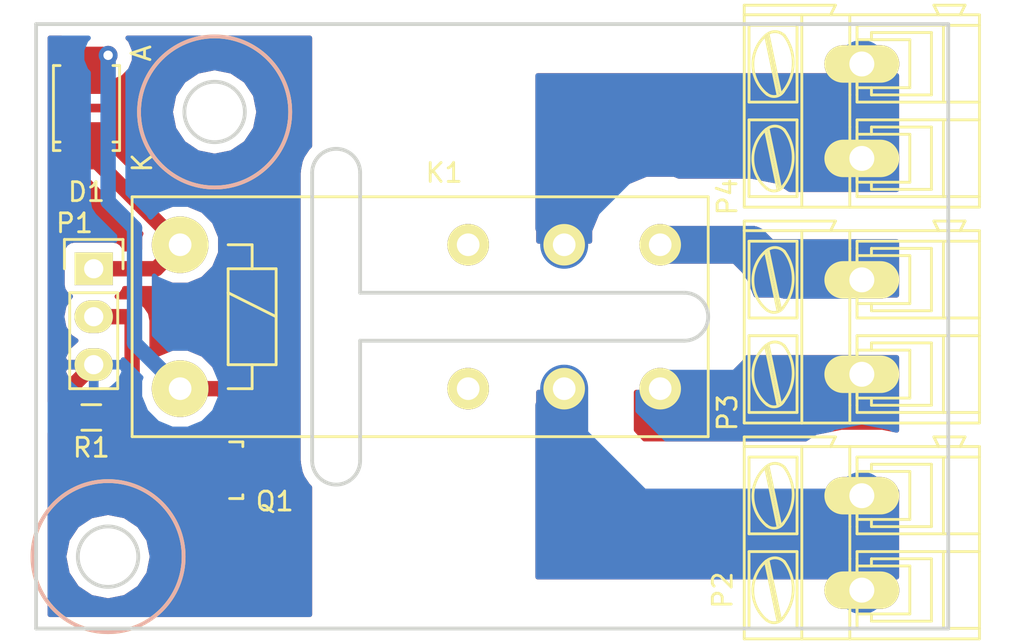
<source format=kicad_pcb>
(kicad_pcb (version 4) (host pcbnew 4.0.1-stable)

  (general
    (links 14)
    (no_connects 3)
    (area 137.694999 101.880999 186.155001 134.085001)
    (thickness 1.6)
    (drawings 22)
    (tracks 47)
    (zones 0)
    (modules 8)
    (nets 11)
  )

  (page A4)
  (layers
    (0 F.Cu signal)
    (31 B.Cu signal)
    (32 B.Adhes user)
    (33 F.Adhes user)
    (34 B.Paste user)
    (35 F.Paste user)
    (36 B.SilkS user)
    (37 F.SilkS user)
    (38 B.Mask user)
    (39 F.Mask user)
    (40 Dwgs.User user)
    (41 Cmts.User user)
    (42 Eco1.User user)
    (43 Eco2.User user)
    (44 Edge.Cuts user)
    (45 Margin user)
    (46 B.CrtYd user)
    (47 F.CrtYd user)
    (48 B.Fab user)
    (49 F.Fab user)
  )

  (setup
    (last_trace_width 2)
    (user_trace_width 0.254)
    (user_trace_width 0.4064)
    (user_trace_width 0.5588)
    (user_trace_width 0.8128)
    (user_trace_width 1.2192)
    (user_trace_width 1.6256)
    (user_trace_width 2)
    (user_trace_width 2.54)
    (trace_clearance 0.2032)
    (zone_clearance 2.5)
    (zone_45_only no)
    (trace_min 0.2)
    (segment_width 0.2)
    (edge_width 0.2)
    (via_size 0.7366)
    (via_drill 0.3302)
    (via_min_size 0.4)
    (via_min_drill 0.3)
    (user_via 0.9906 0.5842)
    (user_via 1.2446 0.8382)
    (user_via 1.4986 1.0922)
    (user_via 1.7526 1.3462)
    (user_via 2.0066 1.6002)
    (uvia_size 0.7366)
    (uvia_drill 0.3302)
    (uvias_allowed no)
    (uvia_min_size 0.2)
    (uvia_min_drill 0.1)
    (pcb_text_width 0.3)
    (pcb_text_size 1.5 1.5)
    (mod_edge_width 0.15)
    (mod_text_size 1 1)
    (mod_text_width 0.15)
    (pad_size 2.2 2.2)
    (pad_drill 1.19888)
    (pad_to_mask_clearance 0.2)
    (aux_axis_origin 0 0)
    (visible_elements 7FFFFFFF)
    (pcbplotparams
      (layerselection 0x00030_80000001)
      (usegerberextensions false)
      (excludeedgelayer true)
      (linewidth 0.100000)
      (plotframeref false)
      (viasonmask false)
      (mode 1)
      (useauxorigin false)
      (hpglpennumber 1)
      (hpglpenspeed 20)
      (hpglpendiameter 15)
      (hpglpenoverlay 2)
      (psnegative false)
      (psa4output false)
      (plotreference true)
      (plotvalue true)
      (plotinvisibletext false)
      (padsonsilk false)
      (subtractmaskfromsilk false)
      (outputformat 1)
      (mirror false)
      (drillshape 1)
      (scaleselection 1)
      (outputdirectory ""))
  )

  (net 0 "")
  (net 1 +5V)
  (net 2 "Net-(D1-Pad2)")
  (net 3 L_Wall)
  (net 4 "Net-(K1-Pad14)")
  (net 5 relay_on)
  (net 6 GND)
  (net 7 N_Wall)
  (net 8 L_Printer)
  (net 9 N_Printer)
  (net 10 "Net-(K1-Pad3)")

  (net_class Default "This is the default net class."
    (clearance 0.2032)
    (trace_width 0.2032)
    (via_dia 0.7366)
    (via_drill 0.3302)
    (uvia_dia 0.7366)
    (uvia_drill 0.3302)
    (add_net +5V)
    (add_net GND)
    (add_net L_Printer)
    (add_net L_Wall)
    (add_net N_Printer)
    (add_net N_Wall)
    (add_net "Net-(D1-Pad2)")
    (add_net "Net-(K1-Pad14)")
    (add_net "Net-(K1-Pad3)")
    (add_net relay_on)
  )

  (module Relays_ThroughHole:Relay_DPDT_Schrack-RT2_RM5mm (layer F.Cu) (tedit 57D996A1) (tstamp 57CC3F95)
    (at 145.415 121.285)
    (descr "Relay, DPST, Schrack-RT2, RM5mm,")
    (tags "Relay, DPST,  Schrack-RT1, RM5mm, Reais, 2 x um,")
    (path /57CC4E2F)
    (fp_text reference K1 (at 13.97 -11.43) (layer F.SilkS)
      (effects (font (size 1 1) (thickness 0.15)))
    )
    (fp_text value RELAY_2RT (at 12.7 5.08) (layer F.Fab)
      (effects (font (size 1 1) (thickness 0.15)))
    )
    (fp_line (start 2.54 -5.08) (end 5.08 -3.81) (layer F.SilkS) (width 0.15))
    (fp_line (start 3.81 -1.27) (end 3.81 0) (layer F.SilkS) (width 0.15))
    (fp_line (start 3.81 0) (end 2.54 0) (layer F.SilkS) (width 0.15))
    (fp_line (start 2.54 -7.62) (end 3.81 -7.62) (layer F.SilkS) (width 0.15))
    (fp_line (start 3.81 -7.62) (end 3.81 -6.35) (layer F.SilkS) (width 0.15))
    (fp_line (start 3.81 -6.35) (end 5.08 -6.35) (layer F.SilkS) (width 0.15))
    (fp_line (start 5.08 -6.35) (end 5.08 -1.27) (layer F.SilkS) (width 0.15))
    (fp_line (start 5.08 -1.27) (end 2.54 -1.27) (layer F.SilkS) (width 0.15))
    (fp_line (start 2.54 -1.27) (end 2.54 -6.35) (layer F.SilkS) (width 0.15))
    (fp_line (start 2.54 -6.35) (end 3.81 -6.35) (layer F.SilkS) (width 0.15))
    (fp_line (start -2.54 -10.16) (end 27.94 -10.16) (layer F.SilkS) (width 0.15))
    (fp_line (start 27.94 -10.16) (end 27.94 2.54) (layer F.SilkS) (width 0.15))
    (fp_line (start 27.94 2.54) (end -2.54 2.54) (layer F.SilkS) (width 0.15))
    (fp_line (start -2.54 2.54) (end -2.54 -10.16) (layer F.SilkS) (width 0.15))
    (pad 8 thru_hole circle (at 0 -7.62) (size 2.99974 2.99974) (drill 1.19888) (layers *.Cu *.Mask F.SilkS)
      (net 1 +5V))
    (pad 9 thru_hole circle (at 0 0) (size 2.99974 2.99974) (drill 1.19888) (layers *.Cu *.Mask F.SilkS)
      (net 2 "Net-(D1-Pad2)"))
    (pad 3 thru_hole circle (at 15.24 0) (size 2.2 2.2) (drill 1.19888) (layers *.Cu *.Mask F.SilkS)
      (net 10 "Net-(K1-Pad3)"))
    (pad 5 thru_hole circle (at 20.32 0) (size 2.2 2.2) (drill 1.19888) (layers *.Cu *.Mask F.SilkS)
      (net 7 N_Wall))
    (pad 1 thru_hole circle (at 25.4 0) (size 2.2 2.2) (drill 1.19888) (layers *.Cu *.Mask F.SilkS)
      (net 9 N_Printer))
    (pad 14 thru_hole circle (at 15.24 -7.62) (size 2.2 2.2) (drill 1.19888) (layers *.Cu *.Mask F.SilkS)
      (net 4 "Net-(K1-Pad14)"))
    (pad 12 thru_hole circle (at 20.32 -7.62) (size 2.2 2.2) (drill 1.19888) (layers *.Cu *.Mask F.SilkS)
      (net 3 L_Wall))
    (pad 16 thru_hole circle (at 25.4 -7.62) (size 2.2 2.2) (drill 1.19888) (layers *.Cu *.Mask F.SilkS)
      (net 8 L_Printer))
  )

  (module Connect:AK300-2 (layer F.Cu) (tedit 54792136) (tstamp 57CC4141)
    (at 181.483 120.523 90)
    (descr CONNECTOR)
    (tags CONNECTOR)
    (path /57CC5B90)
    (attr virtual)
    (fp_text reference P3 (at -2.032 -7.112 90) (layer F.SilkS)
      (effects (font (size 1 1) (thickness 0.15)))
    )
    (fp_text value CONN_01X02 (at 2.779 7.747 90) (layer F.Fab)
      (effects (font (size 1 1) (thickness 0.15)))
    )
    (fp_line (start 8.363 -6.473) (end -2.83 -6.473) (layer F.CrtYd) (width 0.05))
    (fp_line (start 8.363 6.473) (end 8.363 -6.473) (layer F.CrtYd) (width 0.05))
    (fp_line (start -2.83 6.473) (end 8.363 6.473) (layer F.CrtYd) (width 0.05))
    (fp_line (start -2.83 -6.473) (end -2.83 6.473) (layer F.CrtYd) (width 0.05))
    (fp_line (start -1.2596 2.54) (end 1.2804 2.54) (layer F.SilkS) (width 0.15))
    (fp_line (start 1.2804 2.54) (end 1.2804 -0.254) (layer F.SilkS) (width 0.15))
    (fp_line (start -1.2596 -0.254) (end 1.2804 -0.254) (layer F.SilkS) (width 0.15))
    (fp_line (start -1.2596 2.54) (end -1.2596 -0.254) (layer F.SilkS) (width 0.15))
    (fp_line (start 3.7442 2.54) (end 6.2842 2.54) (layer F.SilkS) (width 0.15))
    (fp_line (start 6.2842 2.54) (end 6.2842 -0.254) (layer F.SilkS) (width 0.15))
    (fp_line (start 3.7442 -0.254) (end 6.2842 -0.254) (layer F.SilkS) (width 0.15))
    (fp_line (start 3.7442 2.54) (end 3.7442 -0.254) (layer F.SilkS) (width 0.15))
    (fp_line (start 7.605 -6.223) (end 7.605 -3.175) (layer F.SilkS) (width 0.15))
    (fp_line (start 7.605 -6.223) (end -2.58 -6.223) (layer F.SilkS) (width 0.15))
    (fp_line (start 7.605 -6.223) (end 8.113 -6.223) (layer F.SilkS) (width 0.15))
    (fp_line (start 8.113 -6.223) (end 8.113 -1.397) (layer F.SilkS) (width 0.15))
    (fp_line (start 8.113 -1.397) (end 7.605 -1.651) (layer F.SilkS) (width 0.15))
    (fp_line (start 8.113 5.461) (end 7.605 5.207) (layer F.SilkS) (width 0.15))
    (fp_line (start 7.605 5.207) (end 7.605 6.223) (layer F.SilkS) (width 0.15))
    (fp_line (start 8.113 3.81) (end 7.605 4.064) (layer F.SilkS) (width 0.15))
    (fp_line (start 7.605 4.064) (end 7.605 5.207) (layer F.SilkS) (width 0.15))
    (fp_line (start 8.113 3.81) (end 8.113 5.461) (layer F.SilkS) (width 0.15))
    (fp_line (start 2.9822 6.223) (end 2.9822 4.318) (layer F.SilkS) (width 0.15))
    (fp_line (start 7.0462 -0.254) (end 7.0462 4.318) (layer F.SilkS) (width 0.15))
    (fp_line (start 2.9822 6.223) (end 7.0462 6.223) (layer F.SilkS) (width 0.15))
    (fp_line (start 7.0462 6.223) (end 7.605 6.223) (layer F.SilkS) (width 0.15))
    (fp_line (start 2.0424 6.223) (end 2.0424 4.318) (layer F.SilkS) (width 0.15))
    (fp_line (start 2.0424 6.223) (end 2.9822 6.223) (layer F.SilkS) (width 0.15))
    (fp_line (start -2.0216 -0.254) (end -2.0216 4.318) (layer F.SilkS) (width 0.15))
    (fp_line (start -2.58 6.223) (end -2.0216 6.223) (layer F.SilkS) (width 0.15))
    (fp_line (start -2.0216 6.223) (end 2.0424 6.223) (layer F.SilkS) (width 0.15))
    (fp_line (start 2.9822 4.318) (end 7.0462 4.318) (layer F.SilkS) (width 0.15))
    (fp_line (start 2.9822 4.318) (end 2.9822 -0.254) (layer F.SilkS) (width 0.15))
    (fp_line (start 7.0462 4.318) (end 7.0462 6.223) (layer F.SilkS) (width 0.15))
    (fp_line (start 2.0424 4.318) (end -2.0216 4.318) (layer F.SilkS) (width 0.15))
    (fp_line (start 2.0424 4.318) (end 2.0424 -0.254) (layer F.SilkS) (width 0.15))
    (fp_line (start -2.0216 4.318) (end -2.0216 6.223) (layer F.SilkS) (width 0.15))
    (fp_line (start 6.6652 3.683) (end 6.6652 0.508) (layer F.SilkS) (width 0.15))
    (fp_line (start 6.6652 3.683) (end 3.3632 3.683) (layer F.SilkS) (width 0.15))
    (fp_line (start 3.3632 3.683) (end 3.3632 0.508) (layer F.SilkS) (width 0.15))
    (fp_line (start 1.6614 3.683) (end 1.6614 0.508) (layer F.SilkS) (width 0.15))
    (fp_line (start 1.6614 3.683) (end -1.6406 3.683) (layer F.SilkS) (width 0.15))
    (fp_line (start -1.6406 3.683) (end -1.6406 0.508) (layer F.SilkS) (width 0.15))
    (fp_line (start -1.6406 0.508) (end -1.2596 0.508) (layer F.SilkS) (width 0.15))
    (fp_line (start 1.6614 0.508) (end 1.2804 0.508) (layer F.SilkS) (width 0.15))
    (fp_line (start 3.3632 0.508) (end 3.7442 0.508) (layer F.SilkS) (width 0.15))
    (fp_line (start 6.6652 0.508) (end 6.2842 0.508) (layer F.SilkS) (width 0.15))
    (fp_line (start -2.58 6.223) (end -2.58 -0.635) (layer F.SilkS) (width 0.15))
    (fp_line (start -2.58 -0.635) (end -2.58 -3.175) (layer F.SilkS) (width 0.15))
    (fp_line (start 7.605 -1.651) (end 7.605 -0.635) (layer F.SilkS) (width 0.15))
    (fp_line (start 7.605 -0.635) (end 7.605 4.064) (layer F.SilkS) (width 0.15))
    (fp_line (start -2.58 -3.175) (end 7.605 -3.175) (layer F.SilkS) (width 0.15))
    (fp_line (start -2.58 -3.175) (end -2.58 -6.223) (layer F.SilkS) (width 0.15))
    (fp_line (start 7.605 -3.175) (end 7.605 -1.651) (layer F.SilkS) (width 0.15))
    (fp_line (start 2.9822 -3.429) (end 2.9822 -5.969) (layer F.SilkS) (width 0.15))
    (fp_line (start 2.9822 -5.969) (end 7.0462 -5.969) (layer F.SilkS) (width 0.15))
    (fp_line (start 7.0462 -5.969) (end 7.0462 -3.429) (layer F.SilkS) (width 0.15))
    (fp_line (start 7.0462 -3.429) (end 2.9822 -3.429) (layer F.SilkS) (width 0.15))
    (fp_line (start 2.0424 -3.429) (end 2.0424 -5.969) (layer F.SilkS) (width 0.15))
    (fp_line (start 2.0424 -3.429) (end -2.0216 -3.429) (layer F.SilkS) (width 0.15))
    (fp_line (start -2.0216 -3.429) (end -2.0216 -5.969) (layer F.SilkS) (width 0.15))
    (fp_line (start 2.0424 -5.969) (end -2.0216 -5.969) (layer F.SilkS) (width 0.15))
    (fp_line (start 3.3886 -4.445) (end 6.4366 -5.08) (layer F.SilkS) (width 0.15))
    (fp_line (start 3.5156 -4.318) (end 6.5636 -4.953) (layer F.SilkS) (width 0.15))
    (fp_line (start -1.6152 -4.445) (end 1.43534 -5.08) (layer F.SilkS) (width 0.15))
    (fp_line (start -1.4882 -4.318) (end 1.5598 -4.953) (layer F.SilkS) (width 0.15))
    (fp_line (start -2.0216 -0.254) (end -1.6406 -0.254) (layer F.SilkS) (width 0.15))
    (fp_line (start 2.0424 -0.254) (end 1.6614 -0.254) (layer F.SilkS) (width 0.15))
    (fp_line (start 1.6614 -0.254) (end -1.6406 -0.254) (layer F.SilkS) (width 0.15))
    (fp_line (start -2.58 -0.635) (end -1.6406 -0.635) (layer F.SilkS) (width 0.15))
    (fp_line (start -1.6406 -0.635) (end 1.6614 -0.635) (layer F.SilkS) (width 0.15))
    (fp_line (start 1.6614 -0.635) (end 3.3632 -0.635) (layer F.SilkS) (width 0.15))
    (fp_line (start 7.605 -0.635) (end 6.6652 -0.635) (layer F.SilkS) (width 0.15))
    (fp_line (start 6.6652 -0.635) (end 3.3632 -0.635) (layer F.SilkS) (width 0.15))
    (fp_line (start 7.0462 -0.254) (end 6.6652 -0.254) (layer F.SilkS) (width 0.15))
    (fp_line (start 2.9822 -0.254) (end 3.3632 -0.254) (layer F.SilkS) (width 0.15))
    (fp_line (start 3.3632 -0.254) (end 6.6652 -0.254) (layer F.SilkS) (width 0.15))
    (fp_arc (start 6.0302 -4.59486) (end 6.53566 -5.05206) (angle 90.5) (layer F.SilkS) (width 0.15))
    (fp_arc (start 5.065 -6.0706) (end 6.52804 -4.11734) (angle 75.5) (layer F.SilkS) (width 0.15))
    (fp_arc (start 4.98626 -3.7084) (end 3.3886 -5.0038) (angle 100) (layer F.SilkS) (width 0.15))
    (fp_arc (start 3.8712 -4.64566) (end 3.58164 -4.1275) (angle 104.2) (layer F.SilkS) (width 0.15))
    (fp_arc (start 1.0264 -4.59486) (end 1.5344 -5.05206) (angle 90.5) (layer F.SilkS) (width 0.15))
    (fp_arc (start 0.06374 -6.0706) (end 1.52678 -4.11734) (angle 75.5) (layer F.SilkS) (width 0.15))
    (fp_arc (start -0.01246 -3.7084) (end -1.6152 -5.0038) (angle 100) (layer F.SilkS) (width 0.15))
    (fp_arc (start -1.1326 -4.64566) (end -1.41962 -4.1275) (angle 104.2) (layer F.SilkS) (width 0.15))
    (pad 1 thru_hole oval (at 0 0 90) (size 1.9812 3.9624) (drill 1.3208) (layers *.Cu F.Paste F.SilkS F.Mask)
      (net 9 N_Printer))
    (pad 2 thru_hole oval (at 5 0 90) (size 1.9812 3.9624) (drill 1.3208) (layers *.Cu F.Paste F.SilkS F.Mask)
      (net 8 L_Printer))
  )

  (module Diodes_SMD:SMA_Standard (layer F.Cu) (tedit 552FF239) (tstamp 57CC3F89)
    (at 140.462 106.426 90)
    (descr "Diode SMA")
    (tags "Diode SMA")
    (path /57CC4EFA)
    (attr smd)
    (fp_text reference D1 (at -4.445 0 180) (layer F.SilkS)
      (effects (font (size 1 1) (thickness 0.15)))
    )
    (fp_text value D_Small (at 0 4.3 90) (layer F.Fab)
      (effects (font (size 1 1) (thickness 0.15)))
    )
    (fp_line (start -3.5 -2) (end 3.5 -2) (layer F.CrtYd) (width 0.05))
    (fp_line (start 3.5 -2) (end 3.5 2) (layer F.CrtYd) (width 0.05))
    (fp_line (start 3.5 2) (end -3.5 2) (layer F.CrtYd) (width 0.05))
    (fp_line (start -3.5 2) (end -3.5 -2) (layer F.CrtYd) (width 0.05))
    (fp_text user K (at -2.9 2.95 90) (layer F.SilkS)
      (effects (font (size 1 1) (thickness 0.15)))
    )
    (fp_text user A (at 2.9 2.9 90) (layer F.SilkS)
      (effects (font (size 1 1) (thickness 0.15)))
    )
    (fp_circle (center 0 0) (end 0.20066 -0.0508) (layer F.Adhes) (width 0.381))
    (fp_line (start -1.79914 1.75006) (end -1.79914 1.39954) (layer F.SilkS) (width 0.15))
    (fp_line (start -1.79914 -1.75006) (end -1.79914 -1.39954) (layer F.SilkS) (width 0.15))
    (fp_line (start 2.25044 1.75006) (end 2.25044 1.39954) (layer F.SilkS) (width 0.15))
    (fp_line (start -2.25044 1.75006) (end -2.25044 1.39954) (layer F.SilkS) (width 0.15))
    (fp_line (start -2.25044 -1.75006) (end -2.25044 -1.39954) (layer F.SilkS) (width 0.15))
    (fp_line (start 2.25044 -1.75006) (end 2.25044 -1.39954) (layer F.SilkS) (width 0.15))
    (fp_line (start -2.25044 1.75006) (end 2.25044 1.75006) (layer F.SilkS) (width 0.15))
    (fp_line (start -2.25044 -1.75006) (end 2.25044 -1.75006) (layer F.SilkS) (width 0.15))
    (pad 1 smd rect (at -1.99898 0 90) (size 2.49936 1.80086) (layers F.Cu F.Paste F.Mask)
      (net 1 +5V))
    (pad 2 smd rect (at 1.99898 0 90) (size 2.49936 1.80086) (layers F.Cu F.Paste F.Mask)
      (net 2 "Net-(D1-Pad2)"))
    (model Diodes_SMD.3dshapes/SMA_Standard.wrl
      (at (xyz 0 0 0))
      (scale (xyz 0.3937 0.3937 0.3937))
      (rotate (xyz 0 0 180))
    )
  )

  (module Pin_Headers:Pin_Header_Straight_1x03 (layer F.Cu) (tedit 0) (tstamp 57CC3F9C)
    (at 140.843 114.935)
    (descr "Through hole pin header")
    (tags "pin header")
    (path /57CC619B)
    (fp_text reference P1 (at -1.016 -2.413) (layer F.SilkS)
      (effects (font (size 1 1) (thickness 0.15)))
    )
    (fp_text value CONN_01X03 (at 0 -3.1) (layer F.Fab)
      (effects (font (size 1 1) (thickness 0.15)))
    )
    (fp_line (start -1.75 -1.75) (end -1.75 6.85) (layer F.CrtYd) (width 0.05))
    (fp_line (start 1.75 -1.75) (end 1.75 6.85) (layer F.CrtYd) (width 0.05))
    (fp_line (start -1.75 -1.75) (end 1.75 -1.75) (layer F.CrtYd) (width 0.05))
    (fp_line (start -1.75 6.85) (end 1.75 6.85) (layer F.CrtYd) (width 0.05))
    (fp_line (start -1.27 1.27) (end -1.27 6.35) (layer F.SilkS) (width 0.15))
    (fp_line (start -1.27 6.35) (end 1.27 6.35) (layer F.SilkS) (width 0.15))
    (fp_line (start 1.27 6.35) (end 1.27 1.27) (layer F.SilkS) (width 0.15))
    (fp_line (start 1.55 -1.55) (end 1.55 0) (layer F.SilkS) (width 0.15))
    (fp_line (start 1.27 1.27) (end -1.27 1.27) (layer F.SilkS) (width 0.15))
    (fp_line (start -1.55 0) (end -1.55 -1.55) (layer F.SilkS) (width 0.15))
    (fp_line (start -1.55 -1.55) (end 1.55 -1.55) (layer F.SilkS) (width 0.15))
    (pad 1 thru_hole rect (at 0 0) (size 2.032 1.7272) (drill 1.016) (layers *.Cu *.Mask F.SilkS)
      (net 1 +5V))
    (pad 2 thru_hole oval (at 0 2.54) (size 2.032 1.7272) (drill 1.016) (layers *.Cu *.Mask F.SilkS)
      (net 5 relay_on))
    (pad 3 thru_hole oval (at 0 5.08) (size 2.032 1.7272) (drill 1.016) (layers *.Cu *.Mask F.SilkS)
      (net 6 GND))
  )

  (module TO_SOT_Packages_SMD:SOT-23_Handsoldering (layer F.Cu) (tedit 54E9291B) (tstamp 57CC3FAF)
    (at 148.082 125.603 270)
    (descr "SOT-23, Handsoldering")
    (tags SOT-23)
    (path /57CC5143)
    (attr smd)
    (fp_text reference Q1 (at 1.651 -2.3368 360) (layer F.SilkS)
      (effects (font (size 1 1) (thickness 0.15)))
    )
    (fp_text value Q_NMOS_GSD (at 0 3.81 270) (layer F.Fab)
      (effects (font (size 1 1) (thickness 0.15)))
    )
    (fp_line (start -1.49982 0.0508) (end -1.49982 -0.65024) (layer F.SilkS) (width 0.15))
    (fp_line (start -1.49982 -0.65024) (end -1.2509 -0.65024) (layer F.SilkS) (width 0.15))
    (fp_line (start 1.29916 -0.65024) (end 1.49982 -0.65024) (layer F.SilkS) (width 0.15))
    (fp_line (start 1.49982 -0.65024) (end 1.49982 0.0508) (layer F.SilkS) (width 0.15))
    (pad 1 smd rect (at -0.95 1.50114 270) (size 0.8001 1.80086) (layers F.Cu F.Paste F.Mask)
      (net 5 relay_on))
    (pad 2 smd rect (at 0.95 1.50114 270) (size 0.8001 1.80086) (layers F.Cu F.Paste F.Mask)
      (net 6 GND))
    (pad 3 smd rect (at 0 -1.50114 270) (size 0.8001 1.80086) (layers F.Cu F.Paste F.Mask)
      (net 2 "Net-(D1-Pad2)"))
    (model TO_SOT_Packages_SMD.3dshapes/SOT-23_Handsoldering.wrl
      (at (xyz 0 0 0))
      (scale (xyz 1 1 1))
      (rotate (xyz 0 0 0))
    )
  )

  (module Resistors_SMD:R_0603_HandSoldering (layer F.Cu) (tedit 5418A00F) (tstamp 57CC3FB5)
    (at 140.716 122.809)
    (descr "Resistor SMD 0603, hand soldering")
    (tags "resistor 0603")
    (path /57CC52AA)
    (attr smd)
    (fp_text reference R1 (at 0 1.6002) (layer F.SilkS)
      (effects (font (size 1 1) (thickness 0.15)))
    )
    (fp_text value 10K (at 0 1.9) (layer F.Fab)
      (effects (font (size 1 1) (thickness 0.15)))
    )
    (fp_line (start -2 -0.8) (end 2 -0.8) (layer F.CrtYd) (width 0.05))
    (fp_line (start -2 0.8) (end 2 0.8) (layer F.CrtYd) (width 0.05))
    (fp_line (start -2 -0.8) (end -2 0.8) (layer F.CrtYd) (width 0.05))
    (fp_line (start 2 -0.8) (end 2 0.8) (layer F.CrtYd) (width 0.05))
    (fp_line (start 0.5 0.675) (end -0.5 0.675) (layer F.SilkS) (width 0.15))
    (fp_line (start -0.5 -0.675) (end 0.5 -0.675) (layer F.SilkS) (width 0.15))
    (pad 1 smd rect (at -1.1 0) (size 1.2 0.9) (layers F.Cu F.Paste F.Mask)
      (net 6 GND))
    (pad 2 smd rect (at 1.1 0) (size 1.2 0.9) (layers F.Cu F.Paste F.Mask)
      (net 5 relay_on))
    (model Resistors_SMD.3dshapes/R_0603_HandSoldering.wrl
      (at (xyz 0 0 0))
      (scale (xyz 1 1 1))
      (rotate (xyz 0 0 0))
    )
  )

  (module Connect:AK300-2 (layer F.Cu) (tedit 54792136) (tstamp 57CC413B)
    (at 181.483 131.953 90)
    (descr CONNECTOR)
    (tags CONNECTOR)
    (path /57CC5C04)
    (attr virtual)
    (fp_text reference P2 (at 0 -7.366 270) (layer F.SilkS)
      (effects (font (size 1 1) (thickness 0.15)))
    )
    (fp_text value CONN_01X02 (at 2.779 7.747 90) (layer F.Fab)
      (effects (font (size 1 1) (thickness 0.15)))
    )
    (fp_line (start 8.363 -6.473) (end -2.83 -6.473) (layer F.CrtYd) (width 0.05))
    (fp_line (start 8.363 6.473) (end 8.363 -6.473) (layer F.CrtYd) (width 0.05))
    (fp_line (start -2.83 6.473) (end 8.363 6.473) (layer F.CrtYd) (width 0.05))
    (fp_line (start -2.83 -6.473) (end -2.83 6.473) (layer F.CrtYd) (width 0.05))
    (fp_line (start -1.2596 2.54) (end 1.2804 2.54) (layer F.SilkS) (width 0.15))
    (fp_line (start 1.2804 2.54) (end 1.2804 -0.254) (layer F.SilkS) (width 0.15))
    (fp_line (start -1.2596 -0.254) (end 1.2804 -0.254) (layer F.SilkS) (width 0.15))
    (fp_line (start -1.2596 2.54) (end -1.2596 -0.254) (layer F.SilkS) (width 0.15))
    (fp_line (start 3.7442 2.54) (end 6.2842 2.54) (layer F.SilkS) (width 0.15))
    (fp_line (start 6.2842 2.54) (end 6.2842 -0.254) (layer F.SilkS) (width 0.15))
    (fp_line (start 3.7442 -0.254) (end 6.2842 -0.254) (layer F.SilkS) (width 0.15))
    (fp_line (start 3.7442 2.54) (end 3.7442 -0.254) (layer F.SilkS) (width 0.15))
    (fp_line (start 7.605 -6.223) (end 7.605 -3.175) (layer F.SilkS) (width 0.15))
    (fp_line (start 7.605 -6.223) (end -2.58 -6.223) (layer F.SilkS) (width 0.15))
    (fp_line (start 7.605 -6.223) (end 8.113 -6.223) (layer F.SilkS) (width 0.15))
    (fp_line (start 8.113 -6.223) (end 8.113 -1.397) (layer F.SilkS) (width 0.15))
    (fp_line (start 8.113 -1.397) (end 7.605 -1.651) (layer F.SilkS) (width 0.15))
    (fp_line (start 8.113 5.461) (end 7.605 5.207) (layer F.SilkS) (width 0.15))
    (fp_line (start 7.605 5.207) (end 7.605 6.223) (layer F.SilkS) (width 0.15))
    (fp_line (start 8.113 3.81) (end 7.605 4.064) (layer F.SilkS) (width 0.15))
    (fp_line (start 7.605 4.064) (end 7.605 5.207) (layer F.SilkS) (width 0.15))
    (fp_line (start 8.113 3.81) (end 8.113 5.461) (layer F.SilkS) (width 0.15))
    (fp_line (start 2.9822 6.223) (end 2.9822 4.318) (layer F.SilkS) (width 0.15))
    (fp_line (start 7.0462 -0.254) (end 7.0462 4.318) (layer F.SilkS) (width 0.15))
    (fp_line (start 2.9822 6.223) (end 7.0462 6.223) (layer F.SilkS) (width 0.15))
    (fp_line (start 7.0462 6.223) (end 7.605 6.223) (layer F.SilkS) (width 0.15))
    (fp_line (start 2.0424 6.223) (end 2.0424 4.318) (layer F.SilkS) (width 0.15))
    (fp_line (start 2.0424 6.223) (end 2.9822 6.223) (layer F.SilkS) (width 0.15))
    (fp_line (start -2.0216 -0.254) (end -2.0216 4.318) (layer F.SilkS) (width 0.15))
    (fp_line (start -2.58 6.223) (end -2.0216 6.223) (layer F.SilkS) (width 0.15))
    (fp_line (start -2.0216 6.223) (end 2.0424 6.223) (layer F.SilkS) (width 0.15))
    (fp_line (start 2.9822 4.318) (end 7.0462 4.318) (layer F.SilkS) (width 0.15))
    (fp_line (start 2.9822 4.318) (end 2.9822 -0.254) (layer F.SilkS) (width 0.15))
    (fp_line (start 7.0462 4.318) (end 7.0462 6.223) (layer F.SilkS) (width 0.15))
    (fp_line (start 2.0424 4.318) (end -2.0216 4.318) (layer F.SilkS) (width 0.15))
    (fp_line (start 2.0424 4.318) (end 2.0424 -0.254) (layer F.SilkS) (width 0.15))
    (fp_line (start -2.0216 4.318) (end -2.0216 6.223) (layer F.SilkS) (width 0.15))
    (fp_line (start 6.6652 3.683) (end 6.6652 0.508) (layer F.SilkS) (width 0.15))
    (fp_line (start 6.6652 3.683) (end 3.3632 3.683) (layer F.SilkS) (width 0.15))
    (fp_line (start 3.3632 3.683) (end 3.3632 0.508) (layer F.SilkS) (width 0.15))
    (fp_line (start 1.6614 3.683) (end 1.6614 0.508) (layer F.SilkS) (width 0.15))
    (fp_line (start 1.6614 3.683) (end -1.6406 3.683) (layer F.SilkS) (width 0.15))
    (fp_line (start -1.6406 3.683) (end -1.6406 0.508) (layer F.SilkS) (width 0.15))
    (fp_line (start -1.6406 0.508) (end -1.2596 0.508) (layer F.SilkS) (width 0.15))
    (fp_line (start 1.6614 0.508) (end 1.2804 0.508) (layer F.SilkS) (width 0.15))
    (fp_line (start 3.3632 0.508) (end 3.7442 0.508) (layer F.SilkS) (width 0.15))
    (fp_line (start 6.6652 0.508) (end 6.2842 0.508) (layer F.SilkS) (width 0.15))
    (fp_line (start -2.58 6.223) (end -2.58 -0.635) (layer F.SilkS) (width 0.15))
    (fp_line (start -2.58 -0.635) (end -2.58 -3.175) (layer F.SilkS) (width 0.15))
    (fp_line (start 7.605 -1.651) (end 7.605 -0.635) (layer F.SilkS) (width 0.15))
    (fp_line (start 7.605 -0.635) (end 7.605 4.064) (layer F.SilkS) (width 0.15))
    (fp_line (start -2.58 -3.175) (end 7.605 -3.175) (layer F.SilkS) (width 0.15))
    (fp_line (start -2.58 -3.175) (end -2.58 -6.223) (layer F.SilkS) (width 0.15))
    (fp_line (start 7.605 -3.175) (end 7.605 -1.651) (layer F.SilkS) (width 0.15))
    (fp_line (start 2.9822 -3.429) (end 2.9822 -5.969) (layer F.SilkS) (width 0.15))
    (fp_line (start 2.9822 -5.969) (end 7.0462 -5.969) (layer F.SilkS) (width 0.15))
    (fp_line (start 7.0462 -5.969) (end 7.0462 -3.429) (layer F.SilkS) (width 0.15))
    (fp_line (start 7.0462 -3.429) (end 2.9822 -3.429) (layer F.SilkS) (width 0.15))
    (fp_line (start 2.0424 -3.429) (end 2.0424 -5.969) (layer F.SilkS) (width 0.15))
    (fp_line (start 2.0424 -3.429) (end -2.0216 -3.429) (layer F.SilkS) (width 0.15))
    (fp_line (start -2.0216 -3.429) (end -2.0216 -5.969) (layer F.SilkS) (width 0.15))
    (fp_line (start 2.0424 -5.969) (end -2.0216 -5.969) (layer F.SilkS) (width 0.15))
    (fp_line (start 3.3886 -4.445) (end 6.4366 -5.08) (layer F.SilkS) (width 0.15))
    (fp_line (start 3.5156 -4.318) (end 6.5636 -4.953) (layer F.SilkS) (width 0.15))
    (fp_line (start -1.6152 -4.445) (end 1.43534 -5.08) (layer F.SilkS) (width 0.15))
    (fp_line (start -1.4882 -4.318) (end 1.5598 -4.953) (layer F.SilkS) (width 0.15))
    (fp_line (start -2.0216 -0.254) (end -1.6406 -0.254) (layer F.SilkS) (width 0.15))
    (fp_line (start 2.0424 -0.254) (end 1.6614 -0.254) (layer F.SilkS) (width 0.15))
    (fp_line (start 1.6614 -0.254) (end -1.6406 -0.254) (layer F.SilkS) (width 0.15))
    (fp_line (start -2.58 -0.635) (end -1.6406 -0.635) (layer F.SilkS) (width 0.15))
    (fp_line (start -1.6406 -0.635) (end 1.6614 -0.635) (layer F.SilkS) (width 0.15))
    (fp_line (start 1.6614 -0.635) (end 3.3632 -0.635) (layer F.SilkS) (width 0.15))
    (fp_line (start 7.605 -0.635) (end 6.6652 -0.635) (layer F.SilkS) (width 0.15))
    (fp_line (start 6.6652 -0.635) (end 3.3632 -0.635) (layer F.SilkS) (width 0.15))
    (fp_line (start 7.0462 -0.254) (end 6.6652 -0.254) (layer F.SilkS) (width 0.15))
    (fp_line (start 2.9822 -0.254) (end 3.3632 -0.254) (layer F.SilkS) (width 0.15))
    (fp_line (start 3.3632 -0.254) (end 6.6652 -0.254) (layer F.SilkS) (width 0.15))
    (fp_arc (start 6.0302 -4.59486) (end 6.53566 -5.05206) (angle 90.5) (layer F.SilkS) (width 0.15))
    (fp_arc (start 5.065 -6.0706) (end 6.52804 -4.11734) (angle 75.5) (layer F.SilkS) (width 0.15))
    (fp_arc (start 4.98626 -3.7084) (end 3.3886 -5.0038) (angle 100) (layer F.SilkS) (width 0.15))
    (fp_arc (start 3.8712 -4.64566) (end 3.58164 -4.1275) (angle 104.2) (layer F.SilkS) (width 0.15))
    (fp_arc (start 1.0264 -4.59486) (end 1.5344 -5.05206) (angle 90.5) (layer F.SilkS) (width 0.15))
    (fp_arc (start 0.06374 -6.0706) (end 1.52678 -4.11734) (angle 75.5) (layer F.SilkS) (width 0.15))
    (fp_arc (start -0.01246 -3.7084) (end -1.6152 -5.0038) (angle 100) (layer F.SilkS) (width 0.15))
    (fp_arc (start -1.1326 -4.64566) (end -1.41962 -4.1275) (angle 104.2) (layer F.SilkS) (width 0.15))
    (pad 1 thru_hole oval (at 0 0 90) (size 1.9812 3.9624) (drill 1.3208) (layers *.Cu F.Paste F.SilkS F.Mask)
      (net 7 N_Wall))
    (pad 2 thru_hole oval (at 5 0 90) (size 1.9812 3.9624) (drill 1.3208) (layers *.Cu F.Paste F.SilkS F.Mask)
      (net 7 N_Wall))
  )

  (module Connect:AK300-2 (layer F.Cu) (tedit 54792136) (tstamp 57D97AED)
    (at 181.483 109.093 90)
    (descr CONNECTOR)
    (tags CONNECTOR)
    (path /57D97FD9)
    (attr virtual)
    (fp_text reference P4 (at -2.032 -7.112 90) (layer F.SilkS)
      (effects (font (size 1 1) (thickness 0.15)))
    )
    (fp_text value CONN_01X02 (at 2.779 7.747 90) (layer F.Fab)
      (effects (font (size 1 1) (thickness 0.15)))
    )
    (fp_line (start 8.363 -6.473) (end -2.83 -6.473) (layer F.CrtYd) (width 0.05))
    (fp_line (start 8.363 6.473) (end 8.363 -6.473) (layer F.CrtYd) (width 0.05))
    (fp_line (start -2.83 6.473) (end 8.363 6.473) (layer F.CrtYd) (width 0.05))
    (fp_line (start -2.83 -6.473) (end -2.83 6.473) (layer F.CrtYd) (width 0.05))
    (fp_line (start -1.2596 2.54) (end 1.2804 2.54) (layer F.SilkS) (width 0.15))
    (fp_line (start 1.2804 2.54) (end 1.2804 -0.254) (layer F.SilkS) (width 0.15))
    (fp_line (start -1.2596 -0.254) (end 1.2804 -0.254) (layer F.SilkS) (width 0.15))
    (fp_line (start -1.2596 2.54) (end -1.2596 -0.254) (layer F.SilkS) (width 0.15))
    (fp_line (start 3.7442 2.54) (end 6.2842 2.54) (layer F.SilkS) (width 0.15))
    (fp_line (start 6.2842 2.54) (end 6.2842 -0.254) (layer F.SilkS) (width 0.15))
    (fp_line (start 3.7442 -0.254) (end 6.2842 -0.254) (layer F.SilkS) (width 0.15))
    (fp_line (start 3.7442 2.54) (end 3.7442 -0.254) (layer F.SilkS) (width 0.15))
    (fp_line (start 7.605 -6.223) (end 7.605 -3.175) (layer F.SilkS) (width 0.15))
    (fp_line (start 7.605 -6.223) (end -2.58 -6.223) (layer F.SilkS) (width 0.15))
    (fp_line (start 7.605 -6.223) (end 8.113 -6.223) (layer F.SilkS) (width 0.15))
    (fp_line (start 8.113 -6.223) (end 8.113 -1.397) (layer F.SilkS) (width 0.15))
    (fp_line (start 8.113 -1.397) (end 7.605 -1.651) (layer F.SilkS) (width 0.15))
    (fp_line (start 8.113 5.461) (end 7.605 5.207) (layer F.SilkS) (width 0.15))
    (fp_line (start 7.605 5.207) (end 7.605 6.223) (layer F.SilkS) (width 0.15))
    (fp_line (start 8.113 3.81) (end 7.605 4.064) (layer F.SilkS) (width 0.15))
    (fp_line (start 7.605 4.064) (end 7.605 5.207) (layer F.SilkS) (width 0.15))
    (fp_line (start 8.113 3.81) (end 8.113 5.461) (layer F.SilkS) (width 0.15))
    (fp_line (start 2.9822 6.223) (end 2.9822 4.318) (layer F.SilkS) (width 0.15))
    (fp_line (start 7.0462 -0.254) (end 7.0462 4.318) (layer F.SilkS) (width 0.15))
    (fp_line (start 2.9822 6.223) (end 7.0462 6.223) (layer F.SilkS) (width 0.15))
    (fp_line (start 7.0462 6.223) (end 7.605 6.223) (layer F.SilkS) (width 0.15))
    (fp_line (start 2.0424 6.223) (end 2.0424 4.318) (layer F.SilkS) (width 0.15))
    (fp_line (start 2.0424 6.223) (end 2.9822 6.223) (layer F.SilkS) (width 0.15))
    (fp_line (start -2.0216 -0.254) (end -2.0216 4.318) (layer F.SilkS) (width 0.15))
    (fp_line (start -2.58 6.223) (end -2.0216 6.223) (layer F.SilkS) (width 0.15))
    (fp_line (start -2.0216 6.223) (end 2.0424 6.223) (layer F.SilkS) (width 0.15))
    (fp_line (start 2.9822 4.318) (end 7.0462 4.318) (layer F.SilkS) (width 0.15))
    (fp_line (start 2.9822 4.318) (end 2.9822 -0.254) (layer F.SilkS) (width 0.15))
    (fp_line (start 7.0462 4.318) (end 7.0462 6.223) (layer F.SilkS) (width 0.15))
    (fp_line (start 2.0424 4.318) (end -2.0216 4.318) (layer F.SilkS) (width 0.15))
    (fp_line (start 2.0424 4.318) (end 2.0424 -0.254) (layer F.SilkS) (width 0.15))
    (fp_line (start -2.0216 4.318) (end -2.0216 6.223) (layer F.SilkS) (width 0.15))
    (fp_line (start 6.6652 3.683) (end 6.6652 0.508) (layer F.SilkS) (width 0.15))
    (fp_line (start 6.6652 3.683) (end 3.3632 3.683) (layer F.SilkS) (width 0.15))
    (fp_line (start 3.3632 3.683) (end 3.3632 0.508) (layer F.SilkS) (width 0.15))
    (fp_line (start 1.6614 3.683) (end 1.6614 0.508) (layer F.SilkS) (width 0.15))
    (fp_line (start 1.6614 3.683) (end -1.6406 3.683) (layer F.SilkS) (width 0.15))
    (fp_line (start -1.6406 3.683) (end -1.6406 0.508) (layer F.SilkS) (width 0.15))
    (fp_line (start -1.6406 0.508) (end -1.2596 0.508) (layer F.SilkS) (width 0.15))
    (fp_line (start 1.6614 0.508) (end 1.2804 0.508) (layer F.SilkS) (width 0.15))
    (fp_line (start 3.3632 0.508) (end 3.7442 0.508) (layer F.SilkS) (width 0.15))
    (fp_line (start 6.6652 0.508) (end 6.2842 0.508) (layer F.SilkS) (width 0.15))
    (fp_line (start -2.58 6.223) (end -2.58 -0.635) (layer F.SilkS) (width 0.15))
    (fp_line (start -2.58 -0.635) (end -2.58 -3.175) (layer F.SilkS) (width 0.15))
    (fp_line (start 7.605 -1.651) (end 7.605 -0.635) (layer F.SilkS) (width 0.15))
    (fp_line (start 7.605 -0.635) (end 7.605 4.064) (layer F.SilkS) (width 0.15))
    (fp_line (start -2.58 -3.175) (end 7.605 -3.175) (layer F.SilkS) (width 0.15))
    (fp_line (start -2.58 -3.175) (end -2.58 -6.223) (layer F.SilkS) (width 0.15))
    (fp_line (start 7.605 -3.175) (end 7.605 -1.651) (layer F.SilkS) (width 0.15))
    (fp_line (start 2.9822 -3.429) (end 2.9822 -5.969) (layer F.SilkS) (width 0.15))
    (fp_line (start 2.9822 -5.969) (end 7.0462 -5.969) (layer F.SilkS) (width 0.15))
    (fp_line (start 7.0462 -5.969) (end 7.0462 -3.429) (layer F.SilkS) (width 0.15))
    (fp_line (start 7.0462 -3.429) (end 2.9822 -3.429) (layer F.SilkS) (width 0.15))
    (fp_line (start 2.0424 -3.429) (end 2.0424 -5.969) (layer F.SilkS) (width 0.15))
    (fp_line (start 2.0424 -3.429) (end -2.0216 -3.429) (layer F.SilkS) (width 0.15))
    (fp_line (start -2.0216 -3.429) (end -2.0216 -5.969) (layer F.SilkS) (width 0.15))
    (fp_line (start 2.0424 -5.969) (end -2.0216 -5.969) (layer F.SilkS) (width 0.15))
    (fp_line (start 3.3886 -4.445) (end 6.4366 -5.08) (layer F.SilkS) (width 0.15))
    (fp_line (start 3.5156 -4.318) (end 6.5636 -4.953) (layer F.SilkS) (width 0.15))
    (fp_line (start -1.6152 -4.445) (end 1.43534 -5.08) (layer F.SilkS) (width 0.15))
    (fp_line (start -1.4882 -4.318) (end 1.5598 -4.953) (layer F.SilkS) (width 0.15))
    (fp_line (start -2.0216 -0.254) (end -1.6406 -0.254) (layer F.SilkS) (width 0.15))
    (fp_line (start 2.0424 -0.254) (end 1.6614 -0.254) (layer F.SilkS) (width 0.15))
    (fp_line (start 1.6614 -0.254) (end -1.6406 -0.254) (layer F.SilkS) (width 0.15))
    (fp_line (start -2.58 -0.635) (end -1.6406 -0.635) (layer F.SilkS) (width 0.15))
    (fp_line (start -1.6406 -0.635) (end 1.6614 -0.635) (layer F.SilkS) (width 0.15))
    (fp_line (start 1.6614 -0.635) (end 3.3632 -0.635) (layer F.SilkS) (width 0.15))
    (fp_line (start 7.605 -0.635) (end 6.6652 -0.635) (layer F.SilkS) (width 0.15))
    (fp_line (start 6.6652 -0.635) (end 3.3632 -0.635) (layer F.SilkS) (width 0.15))
    (fp_line (start 7.0462 -0.254) (end 6.6652 -0.254) (layer F.SilkS) (width 0.15))
    (fp_line (start 2.9822 -0.254) (end 3.3632 -0.254) (layer F.SilkS) (width 0.15))
    (fp_line (start 3.3632 -0.254) (end 6.6652 -0.254) (layer F.SilkS) (width 0.15))
    (fp_arc (start 6.0302 -4.59486) (end 6.53566 -5.05206) (angle 90.5) (layer F.SilkS) (width 0.15))
    (fp_arc (start 5.065 -6.0706) (end 6.52804 -4.11734) (angle 75.5) (layer F.SilkS) (width 0.15))
    (fp_arc (start 4.98626 -3.7084) (end 3.3886 -5.0038) (angle 100) (layer F.SilkS) (width 0.15))
    (fp_arc (start 3.8712 -4.64566) (end 3.58164 -4.1275) (angle 104.2) (layer F.SilkS) (width 0.15))
    (fp_arc (start 1.0264 -4.59486) (end 1.5344 -5.05206) (angle 90.5) (layer F.SilkS) (width 0.15))
    (fp_arc (start 0.06374 -6.0706) (end 1.52678 -4.11734) (angle 75.5) (layer F.SilkS) (width 0.15))
    (fp_arc (start -0.01246 -3.7084) (end -1.6152 -5.0038) (angle 100) (layer F.SilkS) (width 0.15))
    (fp_arc (start -1.1326 -4.64566) (end -1.41962 -4.1275) (angle 104.2) (layer F.SilkS) (width 0.15))
    (pad 1 thru_hole oval (at 0 0 90) (size 1.9812 3.9624) (drill 1.3208) (layers *.Cu F.Paste F.SilkS F.Mask)
      (net 3 L_Wall))
    (pad 2 thru_hole oval (at 5 0 90) (size 1.9812 3.9624) (drill 1.3208) (layers *.Cu F.Paste F.SilkS F.Mask)
      (net 3 L_Wall))
  )

  (gr_circle (center 141.6012 130.1788) (end 137.6012 130.1788) (layer F.SilkS) (width 0.2) (tstamp 57D99E8C))
  (gr_circle (center 141.6012 130.1788) (end 137.9012 130.1788) (layer F.Mask) (width 0.2) (tstamp 57D99E8B))
  (gr_circle (center 141.6012 130.1788) (end 140.0012 130.1788) (layer Edge.Cuts) (width 0.2) (tstamp 57D99E88))
  (gr_circle (center 141.6012 130.1788) (end 137.6012 130.1788) (layer B.SilkS) (width 0.2) (tstamp 57D99E87))
  (gr_circle (center 141.6012 130.1788) (end 137.9012 130.1788) (layer B.Mask) (width 0.2) (tstamp 57D99E86))
  (gr_line (start 137.795 101.981) (end 137.795 133.985) (layer Edge.Cuts) (width 0.2))
  (gr_circle (center 147.24 106.633) (end 143.24 106.633) (layer F.SilkS) (width 0.2) (tstamp 57D992B8))
  (gr_circle (center 147.24 106.633) (end 143.54 106.633) (layer F.Mask) (width 0.2) (tstamp 57D992B6))
  (gr_circle (center 147.24 106.633) (end 145.64 106.633) (layer Edge.Cuts) (width 0.2) (tstamp 57D992B4))
  (gr_circle (center 147.24 106.633) (end 143.24 106.633) (layer B.SilkS) (width 0.2) (tstamp 57D992B3))
  (gr_circle (center 147.24 106.633) (end 143.54 106.633) (layer B.Mask) (width 0.2) (tstamp 57D992B1))
  (gr_line (start 154.94 116.205) (end 154.94 109.855) (layer Edge.Cuts) (width 0.2) (tstamp 57D9807C))
  (gr_line (start 186.055 101.981) (end 137.795 101.981) (layer Edge.Cuts) (width 0.2))
  (gr_line (start 186.055 133.985) (end 186.055 101.981) (layer Edge.Cuts) (width 0.2))
  (gr_line (start 137.795 133.985) (end 186.055 133.985) (layer Edge.Cuts) (width 0.2))
  (gr_line (start 154.94 118.745) (end 154.94 125.095) (layer Edge.Cuts) (width 0.2))
  (gr_line (start 152.4 125.095) (end 152.4 109.855) (layer Edge.Cuts) (width 0.2))
  (gr_arc (start 153.67 125.095) (end 154.94 125.095) (angle 180) (layer Edge.Cuts) (width 0.2))
  (gr_arc (start 153.67 109.855) (end 152.4 109.855) (angle 180) (layer Edge.Cuts) (width 0.2))
  (gr_arc (start 172.085 117.475) (end 172.085 116.205) (angle 180) (layer Edge.Cuts) (width 0.2))
  (gr_line (start 154.94 118.745) (end 172.085 118.745) (layer Edge.Cuts) (width 0.2))
  (gr_line (start 172.085 116.205) (end 154.94 116.205) (layer Edge.Cuts) (width 0.2))

  (segment (start 140.462 108.42498) (end 140.462 108.712) (width 0.8128) (layer F.Cu) (net 1))
  (segment (start 140.462 108.712) (end 145.415 113.665) (width 0.8128) (layer F.Cu) (net 1))
  (segment (start 140.843 114.935) (end 144.145 114.935) (width 0.8128) (layer F.Cu) (net 1))
  (segment (start 144.145 114.935) (end 145.415 113.665) (width 0.8128) (layer F.Cu) (net 1))
  (segment (start 141.605 103.632) (end 141.605 111.379) (width 0.8128) (layer B.Cu) (net 2))
  (segment (start 141.605 111.379) (end 143.002 112.776) (width 0.8128) (layer B.Cu) (net 2))
  (segment (start 143.002 112.776) (end 143.002 118.872) (width 0.8128) (layer B.Cu) (net 2))
  (segment (start 143.002 118.872) (end 145.415 121.285) (width 0.8128) (layer B.Cu) (net 2))
  (segment (start 140.462 104.42702) (end 140.80998 104.42702) (width 0.8128) (layer F.Cu) (net 2))
  (segment (start 140.80998 104.42702) (end 141.605 103.632) (width 0.8128) (layer F.Cu) (net 2))
  (via (at 141.605 103.632) (size 1) (drill 0.5) (layers F.Cu B.Cu) (net 2))
  (segment (start 145.415 121.285) (end 147.536136 121.285) (width 0.8128) (layer F.Cu) (net 2))
  (segment (start 147.536136 121.285) (end 149.58314 123.332004) (width 0.8128) (layer F.Cu) (net 2))
  (segment (start 149.58314 123.332004) (end 149.58314 125.603) (width 0.8128) (layer F.Cu) (net 2))
  (segment (start 181.483 104.093) (end 181.483 106.68) (width 2.54) (layer B.Cu) (net 3))
  (segment (start 181.483 106.68) (end 181.483 109.093) (width 2.54) (layer B.Cu) (net 3))
  (segment (start 165.735 113.665) (end 165.735 112.109366) (width 2.54) (layer B.Cu) (net 3))
  (segment (start 171.164366 106.68) (end 181.483 106.68) (width 2.54) (layer B.Cu) (net 3))
  (segment (start 165.735 112.109366) (end 171.164366 106.68) (width 2.54) (layer B.Cu) (net 3))
  (segment (start 142.875 121.666) (end 142.875 117.6782) (width 0.8128) (layer F.Cu) (net 5))
  (segment (start 142.875 122.66037) (end 142.875 121.666) (width 0.8128) (layer F.Cu) (net 5))
  (segment (start 146.58086 124.653) (end 144.86763 124.653) (width 0.8128) (layer F.Cu) (net 5))
  (segment (start 144.86763 124.653) (end 142.875 122.66037) (width 0.8128) (layer F.Cu) (net 5))
  (segment (start 141.816 122.725) (end 142.875 121.666) (width 0.8128) (layer F.Cu) (net 5))
  (segment (start 141.816 122.809) (end 141.816 122.725) (width 0.8128) (layer F.Cu) (net 5))
  (segment (start 140.843 117.475) (end 142.6718 117.475) (width 0.8128) (layer F.Cu) (net 5))
  (segment (start 142.6718 117.475) (end 142.875 117.6782) (width 0.8128) (layer F.Cu) (net 5))
  (segment (start 146.58086 126.553) (end 144.86763 126.553) (width 0.8128) (layer F.Cu) (net 6))
  (segment (start 144.86763 126.553) (end 142.77463 124.46) (width 0.8128) (layer F.Cu) (net 6))
  (segment (start 142.77463 124.46) (end 140.0042 124.46) (width 0.8128) (layer F.Cu) (net 6))
  (segment (start 140.0042 124.46) (end 139.616 124.0718) (width 0.8128) (layer F.Cu) (net 6))
  (segment (start 139.616 124.0718) (end 139.616 122.809) (width 0.8128) (layer F.Cu) (net 6))
  (segment (start 139.616 122.809) (end 139.616 121.242) (width 0.8128) (layer F.Cu) (net 6))
  (segment (start 139.616 121.242) (end 140.843 120.015) (width 0.8128) (layer F.Cu) (net 6))
  (segment (start 181.483 129.54) (end 171.196 129.54) (width 2.54) (layer B.Cu) (net 7))
  (segment (start 165.735 124.079) (end 165.735 121.285) (width 2.54) (layer B.Cu) (net 7))
  (segment (start 171.196 129.54) (end 165.735 124.079) (width 2.54) (layer B.Cu) (net 7))
  (segment (start 181.483 129.54) (end 181.483 131.953) (width 2.54) (layer B.Cu) (net 7))
  (segment (start 181.483 126.953) (end 181.483 129.54) (width 2.54) (layer B.Cu) (net 7))
  (segment (start 177.499 115.523) (end 175.641 113.665) (width 2) (layer F.Cu) (net 8) (tstamp 57D99A66))
  (segment (start 181.483 115.523) (end 177.5018 115.523) (width 2) (layer F.Cu) (net 8) (tstamp 57D99A63))
  (segment (start 175.641 113.665) (end 170.8122 113.665) (width 2) (layer F.Cu) (net 8) (tstamp 57D99A5E))
  (segment (start 181.483 115.523) (end 177.5018 115.523) (width 2) (layer B.Cu) (net 8))
  (segment (start 177.5018 115.523) (end 175.6438 113.665) (width 2) (layer B.Cu) (net 8))
  (segment (start 175.6438 113.665) (end 170.815 113.665) (width 2) (layer B.Cu) (net 8))
  (segment (start 170.815 121.285) (end 180.721 121.285) (width 2) (layer B.Cu) (net 9))
  (segment (start 180.721 121.285) (end 181.483 120.523) (width 2) (layer B.Cu) (net 9))

  (zone (net 6) (net_name GND) (layer F.Cu) (tstamp 0) (hatch edge 0.508)
    (connect_pads (clearance 0.508))
    (min_thickness 0.254)
    (fill yes (arc_segments 16) (thermal_gap 0.508) (thermal_bridge_width 0.508))
    (polygon
      (pts
        (xy 137.795 101.981) (xy 152.4 101.981) (xy 152.4 133.985) (xy 137.795 133.985)
      )
    )
    (filled_polygon
      (pts
        (xy 138.965139 102.92545) (xy 138.91413 103.17734) (xy 138.91413 105.6767) (xy 138.958408 105.912017) (xy 139.09748 106.128141)
        (xy 139.30968 106.273131) (xy 139.56157 106.32414) (xy 141.36243 106.32414) (xy 141.597747 106.279862) (xy 141.813871 106.14079)
        (xy 141.958861 105.92859) (xy 142.00987 105.6767) (xy 142.00987 104.962526) (xy 142.388119 104.806237) (xy 142.777868 104.417167)
        (xy 142.989059 103.908562) (xy 142.98954 103.357854) (xy 142.779237 102.848881) (xy 142.646587 102.716) (xy 152.273 102.716)
        (xy 152.273 108.436474) (xy 152.160843 108.548631) (xy 151.885542 108.960649) (xy 151.788003 109.19613) (xy 151.775796 109.225601)
        (xy 151.679123 109.711609) (xy 151.679123 109.784) (xy 151.665 109.855) (xy 151.665 125.095) (xy 151.679123 125.166)
        (xy 151.679123 125.238391) (xy 151.775796 125.724399) (xy 151.885542 125.989351) (xy 152.160843 126.401369) (xy 152.273 126.513526)
        (xy 152.273 133.25) (xy 138.53 133.25) (xy 138.53 130.1788) (xy 139.2662 130.1788) (xy 139.443941 131.072366)
        (xy 139.950106 131.829894) (xy 140.707634 132.336059) (xy 141.6012 132.5138) (xy 142.494766 132.336059) (xy 143.252294 131.829894)
        (xy 143.758459 131.072366) (xy 143.9362 130.1788) (xy 143.758459 129.285234) (xy 143.252294 128.527706) (xy 142.494766 128.021541)
        (xy 141.6012 127.8438) (xy 140.707634 128.021541) (xy 139.950106 128.527706) (xy 139.443941 129.285234) (xy 139.2662 130.1788)
        (xy 138.53 130.1788) (xy 138.53 126.83875) (xy 145.04543 126.83875) (xy 145.04543 127.079359) (xy 145.142103 127.312748)
        (xy 145.320731 127.491377) (xy 145.55412 127.58805) (xy 146.29511 127.58805) (xy 146.45386 127.4293) (xy 146.45386 126.68)
        (xy 146.70786 126.68) (xy 146.70786 127.4293) (xy 146.86661 127.58805) (xy 147.6076 127.58805) (xy 147.840989 127.491377)
        (xy 148.019617 127.312748) (xy 148.11629 127.079359) (xy 148.11629 126.83875) (xy 147.95754 126.68) (xy 146.70786 126.68)
        (xy 146.45386 126.68) (xy 145.20418 126.68) (xy 145.04543 126.83875) (xy 138.53 126.83875) (xy 138.53 123.671026)
        (xy 138.656302 123.797327) (xy 138.889691 123.894) (xy 139.33025 123.894) (xy 139.489 123.73525) (xy 139.489 122.936)
        (xy 139.469 122.936) (xy 139.469 122.682) (xy 139.489 122.682) (xy 139.489 121.88275) (xy 139.33025 121.724)
        (xy 138.889691 121.724) (xy 138.656302 121.820673) (xy 138.53 121.946974) (xy 138.53 120.374026) (xy 139.235642 120.374026)
        (xy 139.238291 120.389791) (xy 139.492268 120.917036) (xy 139.92868 121.306954) (xy 140.481087 121.500184) (xy 140.716 121.355924)
        (xy 140.716 120.142) (xy 139.356783 120.142) (xy 139.235642 120.374026) (xy 138.53 120.374026) (xy 138.53 107.1753)
        (xy 138.91413 107.1753) (xy 138.91413 109.67466) (xy 138.958408 109.909977) (xy 139.09748 110.126101) (xy 139.30968 110.271091)
        (xy 139.56157 110.3221) (xy 140.599338 110.3221) (xy 143.349516 113.072278) (xy 143.280501 113.238485) (xy 143.279929 113.8936)
        (xy 142.472985 113.8936) (xy 142.462162 113.836083) (xy 142.32309 113.619959) (xy 142.11089 113.474969) (xy 141.859 113.42396)
        (xy 139.827 113.42396) (xy 139.591683 113.468238) (xy 139.375559 113.60731) (xy 139.230569 113.81951) (xy 139.17956 114.0714)
        (xy 139.17956 115.7986) (xy 139.223838 116.033917) (xy 139.36291 116.250041) (xy 139.57511 116.395031) (xy 139.616439 116.4034)
        (xy 139.598585 116.41533) (xy 139.273729 116.901511) (xy 139.159655 117.475) (xy 139.273729 118.048489) (xy 139.598585 118.53467)
        (xy 139.908069 118.741461) (xy 139.492268 119.112964) (xy 139.238291 119.640209) (xy 139.235642 119.655974) (xy 139.356783 119.888)
        (xy 140.716 119.888) (xy 140.716 119.868) (xy 140.97 119.868) (xy 140.97 119.888) (xy 140.99 119.888)
        (xy 140.99 120.142) (xy 140.97 120.142) (xy 140.97 121.355924) (xy 141.204913 121.500184) (xy 141.75732 121.306954)
        (xy 141.794528 121.27371) (xy 141.356678 121.71156) (xy 141.216 121.71156) (xy 140.980683 121.755838) (xy 140.764559 121.89491)
        (xy 140.718031 121.963006) (xy 140.575698 121.820673) (xy 140.342309 121.724) (xy 139.90175 121.724) (xy 139.743 121.88275)
        (xy 139.743 122.682) (xy 139.763 122.682) (xy 139.763 122.936) (xy 139.743 122.936) (xy 139.743 123.73525)
        (xy 139.90175 123.894) (xy 140.342309 123.894) (xy 140.575698 123.797327) (xy 140.716936 123.65609) (xy 140.75191 123.710441)
        (xy 140.96411 123.855431) (xy 141.216 123.90644) (xy 142.416 123.90644) (xy 142.611519 123.869651) (xy 144.131249 125.389381)
        (xy 144.469103 125.615128) (xy 144.86763 125.6944) (xy 145.240954 125.6944) (xy 145.142103 125.793252) (xy 145.04543 126.026641)
        (xy 145.04543 126.26725) (xy 145.20418 126.426) (xy 146.45386 126.426) (xy 146.45386 126.406) (xy 146.70786 126.406)
        (xy 146.70786 126.426) (xy 147.95754 126.426) (xy 148.105243 126.278297) (xy 148.21862 126.454491) (xy 148.43082 126.599481)
        (xy 148.68271 126.65049) (xy 150.48357 126.65049) (xy 150.718887 126.606212) (xy 150.935011 126.46714) (xy 151.080001 126.25494)
        (xy 151.13101 126.00305) (xy 151.13101 125.20295) (xy 151.086732 124.967633) (xy 150.94766 124.751509) (xy 150.73546 124.606519)
        (xy 150.62454 124.584057) (xy 150.62454 123.332004) (xy 150.59978 123.207527) (xy 150.545269 122.933478) (xy 150.319521 122.595623)
        (xy 148.272517 120.548619) (xy 148.01122 120.374026) (xy 147.934663 120.322872) (xy 147.536136 120.2436) (xy 147.294635 120.2436)
        (xy 147.22591 120.077273) (xy 146.625886 119.4762) (xy 145.841515 119.150501) (xy 144.992211 119.14976) (xy 144.207273 119.47409)
        (xy 143.9164 119.764455) (xy 143.9164 117.6782) (xy 143.837128 117.279673) (xy 143.611381 116.941819) (xy 143.408181 116.738619)
        (xy 143.374437 116.716072) (xy 143.070327 116.512872) (xy 142.6718 116.4336) (xy 142.099623 116.4336) (xy 142.087415 116.41533)
        (xy 142.073087 116.405757) (xy 142.094317 116.401762) (xy 142.310441 116.26269) (xy 142.455431 116.05049) (xy 142.470435 115.9764)
        (xy 144.145 115.9764) (xy 144.543527 115.897128) (xy 144.804176 115.722967) (xy 144.988485 115.799499) (xy 145.837789 115.80024)
        (xy 146.622727 115.47591) (xy 147.2238 114.875886) (xy 147.549499 114.091515) (xy 147.55024 113.242211) (xy 147.22591 112.457273)
        (xy 146.625886 111.8562) (xy 145.841515 111.530501) (xy 144.992211 111.52976) (xy 144.822603 111.599841) (xy 142.00987 108.787108)
        (xy 142.00987 107.1753) (xy 141.965592 106.939983) (xy 141.82652 106.723859) (xy 141.693544 106.633) (xy 144.905 106.633)
        (xy 145.082741 107.526566) (xy 145.588906 108.284094) (xy 146.346434 108.790259) (xy 147.24 108.968) (xy 148.133566 108.790259)
        (xy 148.891094 108.284094) (xy 149.397259 107.526566) (xy 149.575 106.633) (xy 149.397259 105.739434) (xy 148.891094 104.981906)
        (xy 148.133566 104.475741) (xy 147.24 104.298) (xy 146.346434 104.475741) (xy 145.588906 104.981906) (xy 145.082741 105.739434)
        (xy 144.905 106.633) (xy 141.693544 106.633) (xy 141.61432 106.578869) (xy 141.36243 106.52786) (xy 139.56157 106.52786)
        (xy 139.326253 106.572138) (xy 139.110129 106.71121) (xy 138.965139 106.92341) (xy 138.91413 107.1753) (xy 138.53 107.1753)
        (xy 138.53 102.716) (xy 139.10825 102.716)
      )
    )
  )
  (zone (net 6) (net_name GND) (layer B.Cu) (tstamp 57CC4871) (hatch edge 0.508)
    (connect_pads (clearance 0.508))
    (min_thickness 0.254)
    (fill yes (arc_segments 16) (thermal_gap 0.508) (thermal_bridge_width 0.508))
    (polygon
      (pts
        (xy 137.795 101.981) (xy 152.4 101.981) (xy 152.4 133.985) (xy 137.795 133.985)
      )
    )
    (filled_polygon
      (pts
        (xy 140.432132 102.846833) (xy 140.220941 103.355438) (xy 140.22046 103.906146) (xy 140.430763 104.415119) (xy 140.5636 104.548188)
        (xy 140.5636 111.379) (xy 140.642872 111.777527) (xy 140.868619 112.115381) (xy 141.9606 113.207362) (xy 141.9606 113.444535)
        (xy 141.859 113.42396) (xy 139.827 113.42396) (xy 139.591683 113.468238) (xy 139.375559 113.60731) (xy 139.230569 113.81951)
        (xy 139.17956 114.0714) (xy 139.17956 115.7986) (xy 139.223838 116.033917) (xy 139.36291 116.250041) (xy 139.57511 116.395031)
        (xy 139.616439 116.4034) (xy 139.598585 116.41533) (xy 139.273729 116.901511) (xy 139.159655 117.475) (xy 139.273729 118.048489)
        (xy 139.598585 118.53467) (xy 139.908069 118.741461) (xy 139.492268 119.112964) (xy 139.238291 119.640209) (xy 139.235642 119.655974)
        (xy 139.356783 119.888) (xy 140.716 119.888) (xy 140.716 119.868) (xy 140.97 119.868) (xy 140.97 119.888)
        (xy 142.329217 119.888) (xy 142.403315 119.746077) (xy 143.349516 120.692278) (xy 143.280501 120.858485) (xy 143.27976 121.707789)
        (xy 143.60409 122.492727) (xy 144.204114 123.0938) (xy 144.988485 123.419499) (xy 145.837789 123.42024) (xy 146.622727 123.09591)
        (xy 147.2238 122.495886) (xy 147.549499 121.711515) (xy 147.55024 120.862211) (xy 147.22591 120.077273) (xy 146.625886 119.4762)
        (xy 145.841515 119.150501) (xy 144.992211 119.14976) (xy 144.822603 119.219841) (xy 144.0434 118.440638) (xy 144.0434 115.312805)
        (xy 144.204114 115.4738) (xy 144.988485 115.799499) (xy 145.837789 115.80024) (xy 146.622727 115.47591) (xy 147.2238 114.875886)
        (xy 147.549499 114.091515) (xy 147.55024 113.242211) (xy 147.22591 112.457273) (xy 146.625886 111.8562) (xy 145.841515 111.530501)
        (xy 144.992211 111.52976) (xy 144.207273 111.85409) (xy 143.851632 112.209111) (xy 143.738381 112.039619) (xy 142.6464 110.947638)
        (xy 142.6464 106.633) (xy 144.905 106.633) (xy 145.082741 107.526566) (xy 145.588906 108.284094) (xy 146.346434 108.790259)
        (xy 147.24 108.968) (xy 148.133566 108.790259) (xy 148.891094 108.284094) (xy 149.397259 107.526566) (xy 149.575 106.633)
        (xy 149.397259 105.739434) (xy 148.891094 104.981906) (xy 148.133566 104.475741) (xy 147.24 104.298) (xy 146.346434 104.475741)
        (xy 145.588906 104.981906) (xy 145.082741 105.739434) (xy 144.905 106.633) (xy 142.6464 106.633) (xy 142.6464 104.548406)
        (xy 142.777868 104.417167) (xy 142.989059 103.908562) (xy 142.98954 103.357854) (xy 142.779237 102.848881) (xy 142.646587 102.716)
        (xy 152.273 102.716) (xy 152.273 108.436474) (xy 152.160843 108.548631) (xy 151.885542 108.960649) (xy 151.788003 109.19613)
        (xy 151.775796 109.225601) (xy 151.679123 109.711609) (xy 151.679123 109.784) (xy 151.665 109.855) (xy 151.665 125.095)
        (xy 151.679123 125.166) (xy 151.679123 125.238391) (xy 151.775796 125.724399) (xy 151.885542 125.989351) (xy 152.160843 126.401369)
        (xy 152.273 126.513526) (xy 152.273 133.25) (xy 138.53 133.25) (xy 138.53 130.1788) (xy 139.2662 130.1788)
        (xy 139.443941 131.072366) (xy 139.950106 131.829894) (xy 140.707634 132.336059) (xy 141.6012 132.5138) (xy 142.494766 132.336059)
        (xy 143.252294 131.829894) (xy 143.758459 131.072366) (xy 143.9362 130.1788) (xy 143.758459 129.285234) (xy 143.252294 128.527706)
        (xy 142.494766 128.021541) (xy 141.6012 127.8438) (xy 140.707634 128.021541) (xy 139.950106 128.527706) (xy 139.443941 129.285234)
        (xy 139.2662 130.1788) (xy 138.53 130.1788) (xy 138.53 120.374026) (xy 139.235642 120.374026) (xy 139.238291 120.389791)
        (xy 139.492268 120.917036) (xy 139.92868 121.306954) (xy 140.481087 121.500184) (xy 140.716 121.355924) (xy 140.716 120.142)
        (xy 140.97 120.142) (xy 140.97 121.355924) (xy 141.204913 121.500184) (xy 141.75732 121.306954) (xy 142.193732 120.917036)
        (xy 142.447709 120.389791) (xy 142.450358 120.374026) (xy 142.329217 120.142) (xy 140.97 120.142) (xy 140.716 120.142)
        (xy 139.356783 120.142) (xy 139.235642 120.374026) (xy 138.53 120.374026) (xy 138.53 102.716) (xy 140.563193 102.716)
      )
    )
  )
  (zone (net 0) (net_name "") (layer B.Mask) (tstamp 57D992B2) (hatch edge 0.508)
    (connect_pads (clearance 0.508))
    (min_thickness 0.254)
    (fill yes (arc_segments 16) (thermal_gap 0.508) (thermal_bridge_width 0.508))
    (polygon
      (pts
        (xy 144.145 104.648) (xy 144.653 103.886) (xy 145.415 103.378) (xy 146.939 102.87) (xy 148.717 103.251)
        (xy 149.987 104.14) (xy 150.876 105.537) (xy 150.876 107.188) (xy 150.495 108.585) (xy 148.971 109.982)
        (xy 147.701 110.236) (xy 146.431 110.236) (xy 145.669 109.982) (xy 144.907 109.474) (xy 144.399 108.966)
        (xy 143.891 108.204) (xy 143.637 107.188) (xy 143.637 105.918)
      )
    )
    (filled_polygon
      (pts
        (xy 148.665241 103.369792) (xy 149.89344 104.229531) (xy 150.749 105.573982) (xy 150.749 107.170992) (xy 150.382131 108.516179)
        (xy 148.911322 109.86442) (xy 147.688423 110.109) (xy 146.45161 110.109) (xy 145.725294 109.866895) (xy 144.987914 109.375308)
        (xy 144.497692 108.885086) (xy 144.008873 108.151857) (xy 143.764 107.172366) (xy 143.764 105.94246) (xy 144.258008 104.707441)
        (xy 144.744581 103.977581) (xy 145.471294 103.493105) (xy 146.94628 103.001443)
      )
    )
  )
  (zone (net 0) (net_name "") (layer F.Mask) (tstamp 57D992B5) (hatch edge 0.508)
    (connect_pads (clearance 0.508))
    (min_thickness 0.254)
    (fill yes (arc_segments 16) (thermal_gap 0.508) (thermal_bridge_width 0.508))
    (polygon
      (pts
        (xy 144.145 104.648) (xy 144.653 103.886) (xy 145.415 103.378) (xy 146.939 102.87) (xy 148.717 103.251)
        (xy 149.987 104.14) (xy 150.876 105.537) (xy 150.876 107.188) (xy 150.495 108.585) (xy 148.971 109.982)
        (xy 147.701 110.236) (xy 146.431 110.236) (xy 145.669 109.982) (xy 144.907 109.474) (xy 144.399 108.966)
        (xy 143.891 108.204) (xy 143.637 107.188) (xy 143.637 105.918)
      )
    )
    (filled_polygon
      (pts
        (xy 148.665241 103.369792) (xy 149.89344 104.229531) (xy 150.749 105.573982) (xy 150.749 107.170992) (xy 150.382131 108.516179)
        (xy 148.911322 109.86442) (xy 147.688423 110.109) (xy 146.45161 110.109) (xy 145.725294 109.866895) (xy 144.987914 109.375308)
        (xy 144.497692 108.885086) (xy 144.008873 108.151857) (xy 143.764 107.172366) (xy 143.764 105.94246) (xy 144.258008 104.707441)
        (xy 144.744581 103.977581) (xy 145.471294 103.493105) (xy 146.94628 103.001443)
      )
    )
  )
  (zone (net 0) (net_name "") (layer F.Mask) (tstamp 57D992B7) (hatch edge 0.508)
    (connect_pads (clearance 0.508))
    (min_thickness 0.254)
    (fill yes (arc_segments 16) (thermal_gap 0.508) (thermal_bridge_width 0.508))
    (polygon
      (pts
        (xy 144.145 104.648) (xy 144.653 103.886) (xy 145.415 103.378) (xy 146.939 102.87) (xy 148.717 103.251)
        (xy 149.987 104.14) (xy 150.876 105.537) (xy 150.876 107.188) (xy 150.495 108.585) (xy 148.971 109.982)
        (xy 147.701 110.236) (xy 146.431 110.236) (xy 145.669 109.982) (xy 144.907 109.474) (xy 144.399 108.966)
        (xy 143.891 108.204) (xy 143.637 107.188) (xy 143.637 105.918)
      )
    )
    (filled_polygon
      (pts
        (xy 148.665241 103.369792) (xy 149.89344 104.229531) (xy 150.749 105.573982) (xy 150.749 107.170992) (xy 150.382131 108.516179)
        (xy 148.911322 109.86442) (xy 147.688423 110.109) (xy 146.45161 110.109) (xy 145.725294 109.866895) (xy 144.987914 109.375308)
        (xy 144.497692 108.885086) (xy 144.008873 108.151857) (xy 143.764 107.172366) (xy 143.764 105.94246) (xy 144.258008 104.707441)
        (xy 144.744581 103.977581) (xy 145.471294 103.493105) (xy 146.94628 103.001443)
      )
    )
  )
  (zone (net 7) (net_name N_Wall) (layer B.Cu) (tstamp 0) (hatch edge 0.508)
    (connect_pads yes (clearance 2.5))
    (min_thickness 0.254)
    (fill yes (arc_segments 16) (thermal_gap 0.508) (thermal_bridge_width 0.508))
    (polygon
      (pts
        (xy 164.211 121.158) (xy 164.211 133.985) (xy 186.055 133.985) (xy 186.055 124.079) (xy 169.926 124.079)
        (xy 167.259 121.158) (xy 167.132 120.65) (xy 166.878 120.269) (xy 166.37 119.888) (xy 165.862 119.761)
        (xy 165.481 119.761) (xy 165.1 119.888) (xy 164.719 120.142) (xy 164.465 120.396) (xy 164.211 120.777)
      )
    )
    (filled_polygon
      (pts
        (xy 166.791 123.5202) (xy 166.939818 124.391832) (xy 167.474177 125.287311) (xy 167.982177 125.846111) (xy 168.90395 126.499029)
        (xy 169.926 126.706) (xy 183.328 126.706) (xy 183.328 131.258) (xy 164.338 131.258) (xy 164.338 122.133999)
        (xy 164.381351 122.029598) (xy 164.381838 121.472) (xy 166.791 121.472)
      )
    )
  )
  (zone (net 7) (net_name N_Wall) (layer F.Cu) (tstamp 57D99497) (hatch edge 0.508)
    (connect_pads yes (clearance 2.5))
    (min_thickness 0.254)
    (fill yes (arc_segments 16) (thermal_gap 0.508) (thermal_bridge_width 0.508))
    (polygon
      (pts
        (xy 164.211 121.158) (xy 164.211 133.985) (xy 186.055 133.985) (xy 186.055 124.079) (xy 169.926 124.079)
        (xy 167.259 121.158) (xy 167.132 120.65) (xy 166.878 120.269) (xy 166.37 119.888) (xy 165.862 119.761)
        (xy 165.481 119.761) (xy 165.1 119.888) (xy 164.719 120.142) (xy 164.465 120.396) (xy 164.211 120.777)
      )
    )
    (filled_polygon
      (pts
        (xy 166.791 123.5202) (xy 166.939818 124.391832) (xy 167.474177 125.287311) (xy 167.982177 125.846111) (xy 168.90395 126.499029)
        (xy 169.926 126.706) (xy 183.328 126.706) (xy 183.328 131.258) (xy 164.338 131.258) (xy 164.338 122.133999)
        (xy 164.381351 122.029598) (xy 164.381838 121.472) (xy 166.791 121.472)
      )
    )
  )
  (zone (net 9) (net_name N_Printer) (layer B.Cu) (tstamp 57D995D9) (hatch edge 0.508)
    (priority 1)
    (connect_pads yes (clearance 2.5))
    (min_thickness 0.254)
    (fill yes (arc_segments 16) (thermal_gap 0.508) (thermal_bridge_width 0.508))
    (polygon
      (pts
        (xy 186.055 124.079) (xy 186.055 119.507) (xy 169.418 119.507) (xy 169.418 123.5202) (xy 169.926 124.079)
      )
    )
    (filled_polygon
      (pts
        (xy 183.328 123.487393) (xy 183.111552 123.444339) (xy 182.974317 123.352641) (xy 181.483 123.056) (xy 179.991683 123.352641)
        (xy 179.854448 123.444339) (xy 179.017724 123.610773) (xy 178.507043 123.952) (xy 171.11919 123.952) (xy 169.632 122.46481)
        (xy 169.632 121.472) (xy 172.085 121.472) (xy 172.348427 121.419601) (xy 172.617011 121.419601) (xy 173.103019 121.322929)
        (xy 173.609001 121.113344) (xy 174.086046 120.915746) (xy 174.498063 120.640445) (xy 174.498065 120.640443) (xy 174.498068 120.640442)
        (xy 174.99965 120.138859) (xy 175.250442 119.888068) (xy 175.250443 119.888066) (xy 175.250445 119.888064) (xy 175.420205 119.634)
        (xy 183.328 119.634)
      )
    )
  )
  (zone (net 9) (net_name N_Printer) (layer F.Cu) (tstamp 0) (hatch edge 0.508)
    (priority 1)
    (connect_pads yes (clearance 2.5))
    (min_thickness 0.254)
    (fill yes (arc_segments 16) (thermal_gap 0.508) (thermal_bridge_width 0.508))
    (polygon
      (pts
        (xy 186.055 124.079) (xy 186.055 119.507) (xy 169.418 119.507) (xy 169.418 123.5202) (xy 169.926 124.079)
      )
    )
    (filled_polygon
      (pts
        (xy 183.328 123.487393) (xy 182.56388 123.3354) (xy 180.40212 123.3354) (xy 179.017724 123.610773) (xy 178.507043 123.952)
        (xy 169.98218 123.952) (xy 169.545 123.471102) (xy 169.545 121.472) (xy 172.085 121.472) (xy 172.348427 121.419601)
        (xy 172.617011 121.419601) (xy 173.103019 121.322929) (xy 173.609001 121.113344) (xy 174.086046 120.915746) (xy 174.498063 120.640445)
        (xy 174.498065 120.640443) (xy 174.498068 120.640442) (xy 174.99965 120.138859) (xy 175.250442 119.888068) (xy 175.250443 119.888066)
        (xy 175.250445 119.888064) (xy 175.420205 119.634) (xy 183.328 119.634)
      )
    )
  )
  (zone (net 3) (net_name L_Wall) (layer F.Cu) (tstamp 57D99978) (hatch edge 0.508)
    (priority 1)
    (connect_pads yes (clearance 2.5))
    (min_thickness 0.254)
    (fill yes (arc_segments 16) (thermal_gap 0.508) (thermal_bridge_width 0.508))
    (polygon
      (pts
        (xy 164.211 113.792) (xy 164.211 101.981) (xy 186.055 101.981) (xy 186.055 110.871) (xy 169.926 110.871)
        (xy 167.259 113.792) (xy 167.132 114.3) (xy 166.878 114.681) (xy 166.37 115.062) (xy 165.862 115.189)
        (xy 165.481 115.189) (xy 165.1 115.062) (xy 164.719 114.808) (xy 164.465 114.554) (xy 164.211 114.173)
      )
    )
    (filled_polygon
      (pts
        (xy 183.328 110.744) (xy 177.6724 110.744) (xy 177.028993 110.314089) (xy 175.641 110.038) (xy 171.798862 110.038)
        (xy 171.559598 109.938649) (xy 170.076906 109.937355) (xy 168.706582 110.503561) (xy 167.657246 111.551068) (xy 167.088649 112.920402)
        (xy 167.088162 113.478) (xy 164.382164 113.478) (xy 164.382645 112.926906) (xy 164.338 112.818857) (xy 164.338 104.708)
        (xy 183.328 104.708)
      )
    )
  )
  (zone (net 3) (net_name L_Wall) (layer B.Cu) (tstamp 57D999A6) (hatch edge 0.508)
    (priority 1)
    (connect_pads yes (clearance 2.5))
    (min_thickness 0.254)
    (fill yes (arc_segments 16) (thermal_gap 0.508) (thermal_bridge_width 0.508))
    (polygon
      (pts
        (xy 164.211 113.792) (xy 164.211 101.981) (xy 186.055 101.981) (xy 186.055 110.871) (xy 169.926 110.871)
        (xy 167.259 113.792) (xy 167.132 114.3) (xy 166.878 114.681) (xy 166.37 115.062) (xy 165.862 115.189)
        (xy 165.481 115.189) (xy 165.1 115.062) (xy 164.719 114.808) (xy 164.465 114.554) (xy 164.211 114.173)
      )
    )
    (filled_polygon
      (pts
        (xy 183.328 110.744) (xy 177.6752 110.744) (xy 177.031793 110.314089) (xy 175.6438 110.038) (xy 171.798862 110.038)
        (xy 171.559598 109.938649) (xy 170.076906 109.937355) (xy 168.706582 110.503561) (xy 167.657246 111.551068) (xy 167.088649 112.920402)
        (xy 167.088162 113.478) (xy 164.382164 113.478) (xy 164.382645 112.926906) (xy 164.338 112.818857) (xy 164.338 104.708)
        (xy 183.328 104.708)
      )
    )
  )
  (zone (net 8) (net_name L_Printer) (layer F.Cu) (tstamp 57D999B5) (hatch edge 0.508)
    (connect_pads yes (clearance 2.5))
    (min_thickness 0.254)
    (fill yes (arc_segments 16) (thermal_gap 0.508) (thermal_bridge_width 0.508))
    (polygon
      (pts
        (xy 186.055 110.871) (xy 186.055 116.459) (xy 169.418 116.459) (xy 169.418 111.4298) (xy 169.926 110.871)
      )
    )
    (filled_polygon
      (pts
        (xy 183.328 116.332) (xy 175.881159 116.332) (xy 175.649787 115.773418) (xy 175.525746 115.473954) (xy 175.250445 115.061936)
        (xy 175.250443 115.061934) (xy 175.250442 115.061932) (xy 174.878469 114.68996) (xy 174.498068 114.309558) (xy 174.498065 114.309557)
        (xy 174.498063 114.309555) (xy 174.086046 114.034254) (xy 173.609001 113.836656) (xy 173.103019 113.627071) (xy 172.617011 113.530399)
        (xy 172.348427 113.530399) (xy 172.185547 113.498) (xy 183.328 113.498)
      )
    )
  )
  (zone (net 8) (net_name L_Printer) (layer B.Cu) (tstamp 57D999CC) (hatch edge 0.508)
    (connect_pads yes (clearance 2.5))
    (min_thickness 0.254)
    (fill yes (arc_segments 16) (thermal_gap 0.508) (thermal_bridge_width 0.508))
    (polygon
      (pts
        (xy 186.055 110.871) (xy 186.055 116.459) (xy 169.418 116.459) (xy 169.418 111.4298) (xy 169.926 110.871)
      )
    )
    (filled_polygon
      (pts
        (xy 183.328 116.332) (xy 175.881159 116.332) (xy 175.649787 115.773418) (xy 175.525746 115.473954) (xy 175.250445 115.061936)
        (xy 175.250443 115.061934) (xy 175.250442 115.061932) (xy 174.878469 114.68996) (xy 174.498068 114.309558) (xy 174.498065 114.309557)
        (xy 174.498063 114.309555) (xy 174.086046 114.034254) (xy 173.609001 113.836656) (xy 173.103019 113.627071) (xy 172.617011 113.530399)
        (xy 172.348427 113.530399) (xy 172.185547 113.498) (xy 183.328 113.498)
      )
    )
  )
  (zone (net 0) (net_name "") (layer B.Mask) (tstamp 57D99E85) (hatch edge 0.508)
    (connect_pads (clearance 0.508))
    (min_thickness 0.254)
    (fill yes (arc_segments 16) (thermal_gap 0.508) (thermal_bridge_width 0.508))
    (polygon
      (pts
        (xy 138.5062 128.1938) (xy 139.0142 127.4318) (xy 139.7762 126.9238) (xy 141.3002 126.4158) (xy 143.0782 126.7968)
        (xy 144.3482 127.6858) (xy 145.2372 129.0828) (xy 145.2372 130.7338) (xy 144.8562 132.1308) (xy 143.3322 133.5278)
        (xy 142.0622 133.7818) (xy 140.7922 133.7818) (xy 140.0302 133.5278) (xy 139.2682 133.0198) (xy 138.7602 132.5118)
        (xy 138.2522 131.7498) (xy 137.9982 130.7338) (xy 137.9982 129.4638)
      )
    )
    (filled_polygon
      (pts
        (xy 143.026441 126.915592) (xy 144.25464 127.775331) (xy 145.1102 129.119782) (xy 145.1102 130.716792) (xy 144.743331 132.061979)
        (xy 143.272522 133.41022) (xy 142.049623 133.6548) (xy 140.81281 133.6548) (xy 140.086494 133.412695) (xy 139.349114 132.921108)
        (xy 138.858892 132.430886) (xy 138.370073 131.697657) (xy 138.1252 130.718166) (xy 138.1252 129.48826) (xy 138.619208 128.253241)
        (xy 139.105781 127.523381) (xy 139.832494 127.038905) (xy 141.30748 126.547243)
      )
    )
  )
  (zone (net 0) (net_name "") (layer F.Mask) (tstamp 57D99E89) (hatch edge 0.508)
    (connect_pads (clearance 0.508))
    (min_thickness 0.254)
    (fill yes (arc_segments 16) (thermal_gap 0.508) (thermal_bridge_width 0.508))
    (polygon
      (pts
        (xy 138.5062 128.1938) (xy 139.0142 127.4318) (xy 139.7762 126.9238) (xy 141.3002 126.4158) (xy 143.0782 126.7968)
        (xy 144.3482 127.6858) (xy 145.2372 129.0828) (xy 145.2372 130.7338) (xy 144.8562 132.1308) (xy 143.3322 133.5278)
        (xy 142.0622 133.7818) (xy 140.7922 133.7818) (xy 140.0302 133.5278) (xy 139.2682 133.0198) (xy 138.7602 132.5118)
        (xy 138.2522 131.7498) (xy 137.9982 130.7338) (xy 137.9982 129.4638)
      )
    )
    (filled_polygon
      (pts
        (xy 143.026441 126.915592) (xy 144.25464 127.775331) (xy 145.1102 129.119782) (xy 145.1102 130.716792) (xy 144.743331 132.061979)
        (xy 143.272522 133.41022) (xy 142.049623 133.6548) (xy 140.81281 133.6548) (xy 140.086494 133.412695) (xy 139.349114 132.921108)
        (xy 138.858892 132.430886) (xy 138.370073 131.697657) (xy 138.1252 130.718166) (xy 138.1252 129.48826) (xy 138.619208 128.253241)
        (xy 139.105781 127.523381) (xy 139.832494 127.038905) (xy 141.30748 126.547243)
      )
    )
  )
  (zone (net 0) (net_name "") (layer F.Mask) (tstamp 57D99E8A) (hatch edge 0.508)
    (connect_pads (clearance 0.508))
    (min_thickness 0.254)
    (fill yes (arc_segments 16) (thermal_gap 0.508) (thermal_bridge_width 0.508))
    (polygon
      (pts
        (xy 138.5062 128.1938) (xy 139.0142 127.4318) (xy 139.7762 126.9238) (xy 141.3002 126.4158) (xy 143.0782 126.7968)
        (xy 144.3482 127.6858) (xy 145.2372 129.0828) (xy 145.2372 130.7338) (xy 144.8562 132.1308) (xy 143.3322 133.5278)
        (xy 142.0622 133.7818) (xy 140.7922 133.7818) (xy 140.0302 133.5278) (xy 139.2682 133.0198) (xy 138.7602 132.5118)
        (xy 138.2522 131.7498) (xy 137.9982 130.7338) (xy 137.9982 129.4638)
      )
    )
    (filled_polygon
      (pts
        (xy 143.026441 126.915592) (xy 144.25464 127.775331) (xy 145.1102 129.119782) (xy 145.1102 130.716792) (xy 144.743331 132.061979)
        (xy 143.272522 133.41022) (xy 142.049623 133.6548) (xy 140.81281 133.6548) (xy 140.086494 133.412695) (xy 139.349114 132.921108)
        (xy 138.858892 132.430886) (xy 138.370073 131.697657) (xy 138.1252 130.718166) (xy 138.1252 129.48826) (xy 138.619208 128.253241)
        (xy 139.105781 127.523381) (xy 139.832494 127.038905) (xy 141.30748 126.547243)
      )
    )
  )
)

</source>
